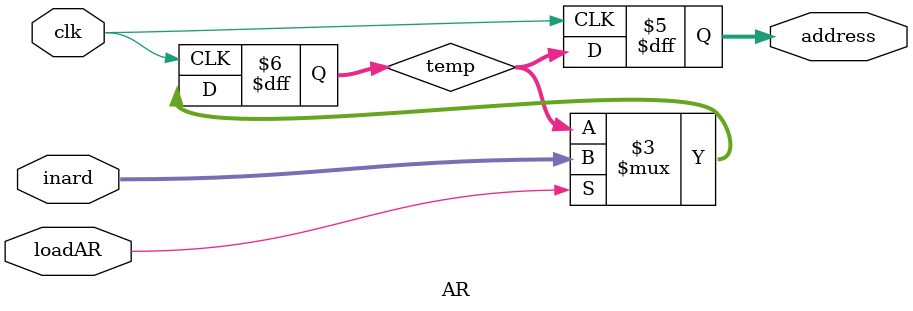
<source format=v>
module AR( clk, loadAR, inard, address);
input clk;
input loadAR;
input [9:0] inard;
output [9:0] address;

reg [9:0] address;
reg [9:0] temp;

always@(posedge clk)
begin
	if(loadAR == 1) begin
	temp <= inard;
	end
address <= temp[9:0];
end
endmodule
</source>
